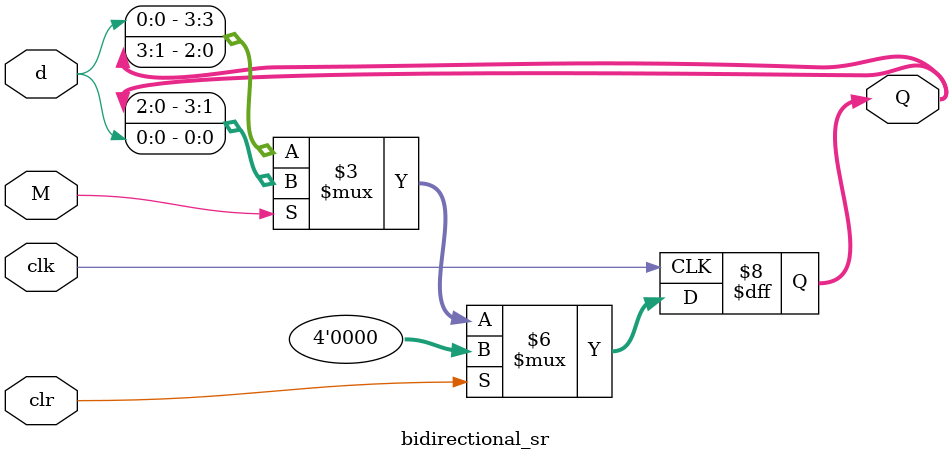
<source format=v>
module bidirectional_sr(input clk,d,M,clr,output reg [3:0]Q);
always @(posedge clk)
begin
  if (clr)
   Q <= 0;
  else begin
    if(M)
   Q <= {Q[2:0], d};
  else
   Q <= {d, Q[3:1]};
   end
   end
endmodule
</source>
